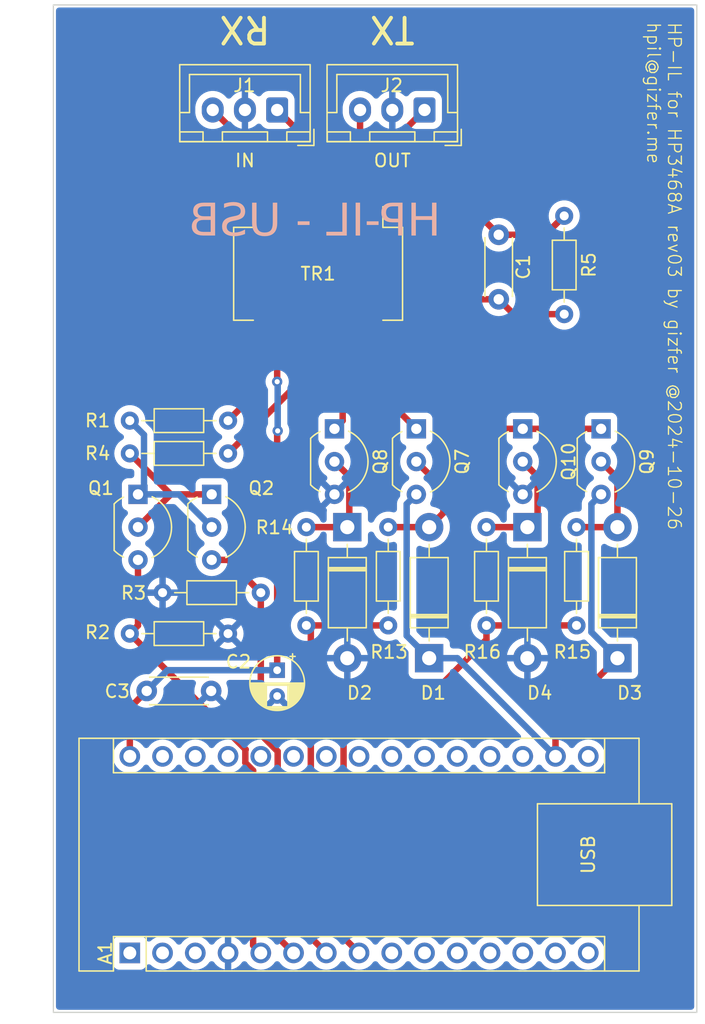
<source format=kicad_pcb>
(kicad_pcb (version 20240108) (generator "pcbnew") (generator_version "8.0")
  (title_block (title "HP-IL for HP3468A") (date "2024-10-26") (rev "03") (company "gizfer") (comment 1 "hpil@gizfer.me"))
  (layers (0 "F.Cu" signal) (31 "B.Cu" signal) (34 "B.Paste" user) (35 "F.Paste" user) (36 "B.SilkS" user "B.Silkscreen") (37 "F.SilkS" user "F.Silkscreen") (38 "B.Mask" user) (39 "F.Mask" user) (44 "Edge.Cuts" user))
  (net 0 "")
  (net 1 "VCC")
  (net 3 "GND")
  (net 6 "Net-(A1-D2)")
  (net 7 "Net-(A1-D3)")
  (net 28 "Net-(Q1-B)")
  (net 32 "Net-(J1-Pin_1)")
  (net 33 "Net-(J1-Pin_3)")
  (net 34 "Net-(J2-Pin_1)")
  (net 35 "Net-(J2-Pin_3)")
  (net 36 "Net-(Q1-C)")
  (net 37 "Net-(TR1-RX+)")
  (net 38 "Net-(TR1-RX-)")
  (net 39 "/H_bridge/PIN_1")
  (net 40 "/H_bridge/PIN_0")
  (net 41 "/H_bridge/OUT_1")
  (net 42 "/H_bridge/OUT_0")
  (net 43 "atmega328P_3V3")
  (net 44 "Net-(D1-A)")
  (net 45 "Net-(D2-K)")
  (net 46 "Net-(D3-A)")
  (net 47 "Net-(D4-K)")
  (footprint "Diode_THT:D_DO-41_SOD81_P10.16mm_Horizontal" (layer "F.Cu") (at 103.825 67.79 90)
    (property "Reference" "D3" (at -2.695 0.95 180) (layer "F.SilkS"))
    (property "Value" "1N5819")
    (pad "1" thru_hole rect (at 0 0 90) (size 2.2 2.2) (drill 1.1) (layers "*.Cu" "*.Mask") (net 43 "atmega328P_3V3"))
    (pad "2" thru_hole oval (at 10.16 0 90) (size 2.2 2.2) (drill 1.1) (layers "*.Cu" "*.Mask") (net 46 "Net-(D3-A)"))
  )
  (footprint "Resistor_THT:R_Axial_DIN0204_L3.6mm_D1.6mm_P7.62mm_Horizontal" (layer "F.Cu") (at 73.62 51.915 180)
    (property "Reference" "R4" (at 10.12 0 360) (layer "F.SilkS"))
    (property "Value" "47")
    (pad "1" thru_hole circle (at 0 0 180) (size 1.4 1.4) (drill 0.7) (layers "*.Cu" "*.Mask") (net 37 "Net-(TR1-RX+)"))
    (pad "2" thru_hole oval (at 7.62 0 180) (size 1.4 1.4) (drill 0.7) (layers "*.Cu" "*.Mask") (net 28 "Net-(Q1-B)"))
  )
  (footprint "Diode_THT:D_DO-41_SOD81_P10.16mm_Horizontal" (layer "F.Cu") (at 89.22 67.79 90)
    (property "Reference" "D1" (at -2.695 0.315 180) (layer "F.SilkS"))
    (property "Value" "1N5819")
    (pad "1" thru_hole rect (at 0 0 90) (size 2.2 2.2) (drill 1.1) (layers "*.Cu" "*.Mask") (net 43 "atmega328P_3V3"))
    (pad "2" thru_hole oval (at 10.16 0 90) (size 2.2 2.2) (drill 1.1) (layers "*.Cu" "*.Mask") (net 44 "Net-(D1-A)"))
  )
  (footprint "Diode_THT:D_DO-41_SOD81_P10.16mm_Horizontal" (layer "F.Cu") (at 82.87 57.63 -90)
    (property "Reference" "D2" (at 12.855 -0.95 180) (layer "F.SilkS"))
    (property "Value" "1N5819")
    (pad "1" thru_hole rect (at 0 0 270) (size 2.2 2.2) (drill 1.1) (layers "*.Cu" "*.Mask") (net 45 "Net-(D2-K)"))
    (pad "2" thru_hole oval (at 10.16 0 270) (size 2.2 2.2) (drill 1.1) (layers "*.Cu" "*.Mask") (net 3 "GND"))
  )
  (footprint "Package_TO_SOT_THT:TO-92_Inline_Wide" (layer "F.Cu") (at 81.875 50.01 -90)
    (property "Reference" "Q8" (at 2.54 -3.56 90) (layer "F.SilkS"))
    (property "Value" "2N3906")
    (pad "1" thru_hole rect (at 0 0 270) (size 1.5 1.5) (drill 0.8) (layers "*.Cu" "*.Mask") (net 41 "/H_bridge/OUT_1"))
    (pad "2" thru_hole circle (at 2.54 0 270) (size 1.5 1.5) (drill 0.8) (layers "*.Cu" "*.Mask") (net 45 "Net-(D2-K)"))
    (pad "3" thru_hole circle (at 5.08 0 270) (size 1.5 1.5) (drill 0.8) (layers "*.Cu" "*.Mask") (net 3 "GND"))
  )
  (footprint "Diode_THT:D_DO-41_SOD81_P10.16mm_Horizontal" (layer "F.Cu") (at 96.84 57.63 -90)
    (property "Reference" "D4" (at 12.855 -0.95 180) (layer "F.SilkS"))
    (property "Value" "1N5819")
    (pad "1" thru_hole rect (at 0 0 270) (size 2.2 2.2) (drill 1.1) (layers "*.Cu" "*.Mask") (net 47 "Net-(D4-K)"))
    (pad "2" thru_hole oval (at 10.16 0 270) (size 2.2 2.2) (drill 1.1) (layers "*.Cu" "*.Mask") (net 3 "GND"))
  )
  (footprint "Transformer_SMD:Transformer_Ethernet_Bourns_PT61017PEL" (layer "F.Cu") (at 80.605 37.99 -90)
    (property "Reference" "TR1" (at 0 0 180) (layer "F.SilkS"))
    (property "Value" "PT61017PEL")
    (pad "1" smd rect (at -4.4 -4.445 270) (size 1.7 0.76) (layers "F.Cu" "F.Paste" "F.Mask") (net 34 "Net-(J2-Pin_1)"))
    (pad "2" smd rect (at -4.4 -3.175 270) (size 1.7 0.76) (layers "F.Cu" "F.Paste" "F.Mask"))
    (pad "3" smd rect (at -4.4 -1.905 270) (size 1.7 0.76) (layers "F.Cu" "F.Paste" "F.Mask") (net 35 "Net-(J2-Pin_3)"))
    (pad "4" smd rect (at -4.4 -0.635 270) (size 1.7 0.76) (layers "F.Cu" "F.Paste" "F.Mask"))
    (pad "5" smd rect (at -4.4 0.635 270) (size 1.7 0.76) (layers "F.Cu" "F.Paste" "F.Mask"))
    (pad "6" smd rect (at -4.4 1.905 270) (size 1.7 0.76) (layers "F.Cu" "F.Paste" "F.Mask") (net 32 "Net-(J1-Pin_1)"))
    (pad "7" smd rect (at -4.4 3.175 270) (size 1.7 0.76) (layers "F.Cu" "F.Paste" "F.Mask"))
    (pad "8" smd rect (at -4.4 4.445 270) (size 1.7 0.76) (layers "F.Cu" "F.Paste" "F.Mask") (net 33 "Net-(J1-Pin_3)"))
    (pad "9" smd rect (at 4.4 4.445 270) (size 1.7 0.76) (layers "F.Cu" "F.Paste" "F.Mask") (net 38 "Net-(TR1-RX-)"))
    (pad "10" smd rect (at 4.4 3.175 270) (size 1.7 0.76) (layers "F.Cu" "F.Paste" "F.Mask") (net 1 "VCC"))
    (pad "11" smd rect (at 4.4 1.905 270) (size 1.7 0.76) (layers "F.Cu" "F.Paste" "F.Mask") (net 37 "Net-(TR1-RX+)"))
    (pad "12" smd rect (at 4.4 0.635 270) (size 1.7 0.76) (layers "F.Cu" "F.Paste" "F.Mask"))
    (pad "13" smd rect (at 4.4 -0.635 270) (size 1.7 0.76) (layers "F.Cu" "F.Paste" "F.Mask"))
    (pad "14" smd rect (at 4.4 -1.905 270) (size 1.7 0.76) (layers "F.Cu" "F.Paste" "F.Mask") (net 41 "/H_bridge/OUT_1"))
    (pad "15" smd rect (at 4.4 -3.175 270) (size 1.7 0.76) (layers "F.Cu" "F.Paste" "F.Mask"))
    (pad "16" smd rect (at 4.4 -4.445 270) (size 1.7 0.76) (layers "F.Cu" "F.Paste" "F.Mask") (net 42 "/H_bridge/OUT_0"))
  )
  (footprint "Resistor_THT:R_Axial_DIN0204_L3.6mm_D1.6mm_P7.62mm_Horizontal" (layer "F.Cu") (at 86.045 65.25 90)
    (property "Reference" "R13" (at -2.06 0.061 180) (layer "F.SilkS"))
    (property "Value" "220")
    (pad "1" thru_hole circle (at 0 0 90) (size 1.4 1.4) (drill 0.7) (layers "*.Cu" "*.Mask") (net 39 "/H_bridge/PIN_1"))
    (pad "2" thru_hole oval (at 7.62 0 90) (size 1.4 1.4) (drill 0.7) (layers "*.Cu" "*.Mask") (net 44 "Net-(D1-A)"))
  )
  (footprint "Resistor_THT:R_Axial_DIN0204_L3.6mm_D1.6mm_P7.62mm_Horizontal" (layer "F.Cu") (at 93.665 65.25 90)
    (property "Reference" "R16" (at -2.06 -0.32 180) (layer "F.SilkS"))
    (property "Value" "220")
    (pad "1" thru_hole circle (at 0 0 90) (size 1.4 1.4) (drill 0.7) (layers "*.Cu" "*.Mask") (net 40 "/H_bridge/PIN_0"))
    (pad "2" thru_hole oval (at 7.62 0 90) (size 1.4 1.4) (drill 0.7) (layers "*.Cu" "*.Mask") (net 47 "Net-(D4-K)"))
  )
  (footprint "Package_TO_SOT_THT:TO-92_Inline_Wide" (layer "F.Cu") (at 88.225 50.01 -90)
    (property "Reference" "Q7" (at 2.54 -3.56 90) (layer "F.SilkS"))
    (property "Value" "2N3904")
    (pad "1" thru_hole rect (at 0 0 270) (size 1.5 1.5) (drill 0.8) (layers "*.Cu" "*.Mask") (net 41 "/H_bridge/OUT_1"))
    (pad "2" thru_hole circle (at 2.54 0 270) (size 1.5 1.5) (drill 0.8) (layers "*.Cu" "*.Mask") (net 44 "Net-(D1-A)"))
    (pad "3" thru_hole circle (at 5.08 0 270) (size 1.5 1.5) (drill 0.8) (layers "*.Cu" "*.Mask") (net 43 "atmega328P_3V3"))
  )
  (footprint "Resistor_THT:R_Axial_DIN0204_L3.6mm_D1.6mm_P7.62mm_Horizontal" (layer "F.Cu") (at 73.62 65.885 180)
    (property "Reference" "R2" (at 10.12 0.099 360) (layer "F.SilkS"))
    (property "Value" "1k")
    (pad "1" thru_hole circle (at 0 0 180) (size 1.4 1.4) (drill 0.7) (layers "*.Cu" "*.Mask") (net 3 "GND"))
    (pad "2" thru_hole oval (at 7.62 0 180) (size 1.4 1.4) (drill 0.7) (layers "*.Cu" "*.Mask") (net 6 "Net-(A1-D2)"))
  )
  (footprint "Connector_JST:JST_XH_B3B-XH-A_1x03_P2.50mm_Vertical" (layer "F.Cu") (at 77.43 25.29 180)
    (property "Reference" "J1" (at 2.54 1.905 0) (layer "F.SilkS"))
    (property "Value" "Conn_01x03_Socket")
    (pad "1" thru_hole roundrect (at 0 0 180) (size 1.7 1.95) (drill 0.95) (layers "*.Cu" "*.Mask") (roundrect_rratio 0.1470588235) (net 32 "Net-(J1-Pin_1)"))
    (pad "2" thru_hole oval (at 2.5 0 180) (size 1.7 1.95) (drill 0.95) (layers "*.Cu" "*.Mask") (net 3 "GND"))
    (pad "3" thru_hole oval (at 5 0 180) (size 1.7 1.95) (drill 0.95) (layers "*.Cu" "*.Mask") (net 33 "Net-(J1-Pin_3)"))
  )
  (footprint "Capacitor_THT:CP_Radial_D4.0mm_P2.00mm" (layer "F.Cu") (at 77.43 68.722401 -90)
    (property "Reference" "C2" (at -0.650401 3.008 180) (layer "F.SilkS"))
    (property "Value" "10uF")
    (pad "1" thru_hole rect (at 0 0 270) (size 1.2 1.2) (drill 0.6) (layers "*.Cu" "*.Mask") (net 1 "VCC"))
    (pad "2" thru_hole circle (at 2 0 270) (size 1.2 1.2) (drill 0.6) (layers "*.Cu" "*.Mask") (net 3 "GND"))
  )
  (footprint "Package_TO_SOT_THT:TO-92_Inline_Wide" (layer "F.Cu") (at 96.48 50.01 -90)
    (property "Reference" "Q10" (at 2.54 -3.56 90) (layer "F.SilkS"))
    (property "Value" "2N3906")
    (pad "1" thru_hole rect (at 0 0 270) (size 1.5 1.5) (drill 0.8) (layers "*.Cu" "*.Mask") (net 42 "/H_bridge/OUT_0"))
    (pad "2" thru_hole circle (at 2.54 0 270) (size 1.5 1.5) (drill 0.8) (layers "*.Cu" "*.Mask") (net 47 "Net-(D4-K)"))
    (pad "3" thru_hole circle (at 5.08 0 270) (size 1.5 1.5) (drill 0.8) (layers "*.Cu" "*.Mask") (net 3 "GND"))
  )
  (footprint "Resistor_THT:R_Axial_DIN0204_L3.6mm_D1.6mm_P7.62mm_Horizontal" (layer "F.Cu") (at 79.695 65.25 90)
    (property "Reference" "R14" (at 7.592 -2.479 180) (layer "F.SilkS"))
    (property "Value" "220")
    (pad "1" thru_hole circle (at 0 0 90) (size 1.4 1.4) (drill 0.7) (layers "*.Cu" "*.Mask") (net 39 "/H_bridge/PIN_1"))
    (pad "2" thru_hole oval (at 7.62 0 90) (size 1.4 1.4) (drill 0.7) (layers "*.Cu" "*.Mask") (net 45 "Net-(D2-K)"))
  )
  (footprint "Resistor_THT:R_Axial_DIN0204_L3.6mm_D1.6mm_P7.62mm_Horizontal" (layer "F.Cu") (at 99.695 33.5 -90)
    (property "Reference" "R5" (at 3.81 -1.92 90) (layer "F.SilkS"))
    (property "Value" "47")
    (pad "1" thru_hole circle (at 0 0 270) (size 1.4 1.4) (drill 0.7) (layers "*.Cu" "*.Mask") (net 34 "Net-(J2-Pin_1)"))
    (pad "2" thru_hole oval (at 7.62 0 270) (size 1.4 1.4) (drill 0.7) (layers "*.Cu" "*.Mask") (net 35 "Net-(J2-Pin_3)"))
  )
  (footprint "Package_TO_SOT_THT:TO-92_Inline_Wide" (layer "F.Cu") (at 66.635 55.09 -90)
    (property "Reference" "Q1" (at -0.48 2.881 0) (layer "F.SilkS"))
    (property "Value" "2N5401")
    (pad "1" thru_hole rect (at 0 0 270) (size 1.5 1.5) (drill 0.8) (layers "*.Cu" "*.Mask") (net 36 "Net-(Q1-C)"))
    (pad "2" thru_hole circle (at 2.54 0 270) (size 1.5 1.5) (drill 0.8) (layers "*.Cu" "*.Mask") (net 28 "Net-(Q1-B)"))
    (pad "3" thru_hole circle (at 5.08 0 270) (size 1.5 1.5) (drill 0.8) (layers "*.Cu" "*.Mask") (net 6 "Net-(A1-D2)"))
  )
  (footprint "Module:Arduino_Nano" (layer "F.Cu") (at 66 90.64 90)
    (property "Reference" "A1" (at 0 -1.905 90) (layer "F.SilkS"))
    (property "Value" "Arduino_Nano_v3.x")
    (fp_text user "USB" (at 7.62 35.56 90) (layer "F.SilkS"))
    (pad "1" thru_hole rect (at 0 0 90) (size 1.6 1.6) (drill 1) (layers "*.Cu" "*.Mask"))
    (pad "2" thru_hole oval (at 0 2.54 90) (size 1.6 1.6) (drill 1) (layers "*.Cu" "*.Mask"))
    (pad "3" thru_hole oval (at 0 5.08 90) (size 1.6 1.6) (drill 1) (layers "*.Cu" "*.Mask"))
    (pad "4" thru_hole oval (at 0 7.62 90) (size 1.6 1.6) (drill 1) (layers "*.Cu" "*.Mask") (net 3 "GND"))
    (pad "5" thru_hole oval (at 0 10.16 90) (size 1.6 1.6) (drill 1) (layers "*.Cu" "*.Mask") (net 6 "Net-(A1-D2)"))
    (pad "6" thru_hole oval (at 0 12.7 90) (size 1.6 1.6) (drill 1) (layers "*.Cu" "*.Mask") (net 7 "Net-(A1-D3)"))
    (pad "7" thru_hole oval (at 0 15.24 90) (size 1.6 1.6) (drill 1) (layers "*.Cu" "*.Mask") (net 39 "/H_bridge/PIN_1"))
    (pad "8" thru_hole oval (at 0 17.78 90) (size 1.6 1.6) (drill 1) (layers "*.Cu" "*.Mask") (net 40 "/H_bridge/PIN_0"))
    (pad "9" thru_hole oval (at 0 20.32 90) (size 1.6 1.6) (drill 1) (layers "*.Cu" "*.Mask"))
    (pad "10" thru_hole oval (at 0 22.86 90) (size 1.6 1.6) (drill 1) (layers "*.Cu" "*.Mask"))
    (pad "11" thru_hole oval (at 0 25.4 90) (size 1.6 1.6) (drill 1) (layers "*.Cu" "*.Mask"))
    (pad "12" thru_hole oval (at 0 27.94 90) (size 1.6 1.6) (drill 1) (layers "*.Cu" "*.Mask"))
    (pad "13" thru_hole oval (at 0 30.48 90) (size 1.6 1.6) (drill 1) (layers "*.Cu" "*.Mask"))
    (pad "14" thru_hole oval (at 0 33.02 90) (size 1.6 1.6) (drill 1) (layers "*.Cu" "*.Mask"))
    (pad "15" thru_hole oval (at 0 35.56 90) (size 1.6 1.6) (drill 1) (layers "*.Cu" "*.Mask"))
    (pad "16" thru_hole oval (at 15.24 35.56 90) (size 1.6 1.6) (drill 1) (layers "*.Cu" "*.Mask"))
    (pad "17" thru_hole oval (at 15.24 33.02 90) (size 1.6 1.6) (drill 1) (layers "*.Cu" "*.Mask") (net 43 "atmega328P_3V3"))
    (pad "18" thru_hole oval (at 15.24 30.48 90) (size 1.6 1.6) (drill 1) (layers "*.Cu" "*.Mask"))
    (pad "19" thru_hole oval (at 15.24 27.94 90) (size 1.6 1.6) (drill 1) (layers "*.Cu" "*.Mask"))
    (pad "20" thru_hole oval (at 15.24 25.4 90) (size 1.6 1.6) (drill 1) (layers "*.Cu" "*.Mask"))
    (pad "21" thru_hole oval (at 15.24 22.86 90) (size 1.6 1.6) (drill 1) (layers "*.Cu" "*.Mask"))
    (pad "22" thru_hole oval (at 15.24 20.32 90) (size 1.6 1.6) (drill 1) (layers "*.Cu" "*.Mask"))
    (pad "23" thru_hole oval (at 15.24 17.78 90) (size 1.6 1.6) (drill 1) (layers "*.Cu" "*.Mask"))
    (pad "24" thru_hole oval (at 15.24 15.24 90) (size 1.6 1.6) (drill 1) (layers "*.Cu" "*.Mask"))
    (pad "25" thru_hole oval (at 15.24 12.7 90) (size 1.6 1.6) (drill 1) (layers "*.Cu" "*.Mask"))
    (pad "26" thru_hole oval (at 15.24 10.16 90) (size 1.6 1.6) (drill 1) (layers "*.Cu" "*.Mask"))
    (pad "27" thru_hole oval (at 15.24 7.62 90) (size 1.6 1.6) (drill 1) (layers "*.Cu" "*.Mask"))
    (pad "28" thru_hole oval (at 15.24 5.08 90) (size 1.6 1.6) (drill 1) (layers "*.Cu" "*.Mask"))
    (pad "29" thru_hole oval (at 15.24 2.54 90) (size 1.6 1.6) (drill 1) (layers "*.Cu" "*.Mask"))
    (pad "30" thru_hole oval (at 15.24 0 90) (size 1.6 1.6) (drill 1) (layers "*.Cu" "*.Mask") (net 1 "VCC"))
  )
  (footprint "Connector_JST:JST_XH_B3B-XH-A_1x03_P2.50mm_Vertical" (layer "F.Cu") (at 88.86 25.29 180)
    (property "Reference" "J2" (at 2.54 1.905 0) (layer "F.SilkS"))
    (property "Value" "Conn_01x03_Socket")
    (pad "1" thru_hole roundrect (at 0 0 180) (size 1.7 1.95) (drill 0.95) (layers "*.Cu" "*.Mask") (roundrect_rratio 0.1470588235) (net 34 "Net-(J2-Pin_1)"))
    (pad "2" thru_hole oval (at 2.5 0 180) (size 1.7 1.95) (drill 0.95) (layers "*.Cu" "*.Mask") (net 3 "GND"))
    (pad "3" thru_hole oval (at 5 0 180) (size 1.7 1.95) (drill 0.95) (layers "*.Cu" "*.Mask") (net 35 "Net-(J2-Pin_3)"))
  )
  (footprint "Resistor_THT:R_Axial_DIN0204_L3.6mm_D1.6mm_P7.62mm_Horizontal" (layer "F.Cu") (at 100.65 65.25 90)
    (property "Reference" "R15" (at -2.06 -0.32 180) (layer "F.SilkS"))
    (property "Value" "220")
    (pad "1" thru_hole circle (at 0 0 90) (size 1.4 1.4) (drill 0.7) (layers "*.Cu" "*.Mask") (net 40 "/H_bridge/PIN_0"))
    (pad "2" thru_hole oval (at 7.62 0 90) (size 1.4 1.4) (drill 0.7) (layers "*.Cu" "*.Mask") (net 46 "Net-(D3-A)"))
  )
  (footprint "Package_TO_SOT_THT:TO-92_Inline_Wide" (layer "F.Cu") (at 102.555 50.01 -90)
    (property "Reference" "Q9" (at 2.54 -3.56 90) (layer "F.SilkS"))
    (property "Value" "2N3904")
    (pad "1" thru_hole rect (at 0 0 270) (size 1.5 1.5) (drill 0.8) (layers "*.Cu" "*.Mask") (net 42 "/H_bridge/OUT_0"))
    (pad "2" thru_hole circle (at 2.54 0 270) (size 1.5 1.5) (drill 0.8) (layers "*.Cu" "*.Mask") (net 46 "Net-(D3-A)"))
    (pad "3" thru_hole circle (at 5.08 0 270) (size 1.5 1.5) (drill 0.8) (layers "*.Cu" "*.Mask") (net 43 "atmega328P_3V3"))
  )
  (footprint "Capacitor_THT:C_Disc_D4.3mm_W1.9mm_P5.00mm" (layer "F.Cu") (at 67.31 70.33)
    (property "Reference" "C3" (at -2.286 0.028 0) (layer "F.SilkS"))
    (property "Value" "10n")
    (pad "1" thru_hole circle (at 0 0) (size 1.6 1.6) (drill 0.8) (layers "*.Cu" "*.Mask") (net 1 "VCC"))
    (pad "2" thru_hole circle (at 5 0) (size 1.6 1.6) (drill 0.8) (layers "*.Cu" "*.Mask") (net 3 "GND"))
  )
  (footprint "Resistor_THT:R_Axial_DIN0204_L3.6mm_D1.6mm_P7.62mm_Horizontal" (layer "F.Cu") (at 73.62 49.375 180)
    (property "Reference" "R1" (at 10.12 0 360) (layer "F.SilkS"))
    (property "Value" "47")
    (pad "1" thru_hole circle (at 0 0 180) (size 1.4 1.4) (drill 0.7) (layers "*.Cu" "*.Mask") (net 38 "Net-(TR1-RX-)"))
    (pad "2" thru_hole oval (at 7.62 0 180) (size 1.4 1.4) (drill 0.7) (layers "*.Cu" "*.Mask") (net 36 "Net-(Q1-C)"))
  )
  (footprint "Capacitor_THT:C_Disc_D4.3mm_W1.9mm_P5.00mm" (layer "F.Cu") (at 94.615 39.965 90)
    (property "Reference" "C1" (at 2.5 1.905 90) (layer "F.SilkS"))
    (property "Value" "470p")
    (pad "1" thru_hole circle (at 0 0 90) (size 1.6 1.6) (drill 0.8) (layers "*.Cu" "*.Mask") (net 35 "Net-(J2-Pin_3)"))
    (pad "2" thru_hole circle (at 5 0 90) (size 1.6 1.6) (drill 0.8) (layers "*.Cu" "*.Mask") (net 34 "Net-(J2-Pin_1)"))
  )
  (footprint "Resistor_THT:R_Axial_DIN0204_L3.6mm_D1.6mm_P7.62mm_Horizontal" (layer "F.Cu") (at 76.16 62.71 180)
    (property "Reference" "R3" (at 9.866 -0.028 360) (layer "F.SilkS"))
    (property "Value" "1k")
    (pad "1" thru_hole circle (at 0 0 180) (size 1.4 1.4) (drill 0.7) (layers "*.Cu" "*.Mask") (net 7 "Net-(A1-D3)"))
    (pad "2" thru_hole oval (at 7.62 0 180) (size 1.4 1.4) (drill 0.7) (layers "*.Cu" "*.Mask") (net 3 "GND"))
  )
  (footprint "Package_TO_SOT_THT:TO-92_Inline_Wide" (layer "F.Cu") (at 72.35 55.09 -90)
    (property "Reference" "Q2" (at -0.48 -3.85 180) (layer "F.SilkS"))
    (property "Value" "2N5401")
    (pad "1" thru_hole rect (at 0 0 270) (size 1.5 1.5) (drill 0.8) (layers "*.Cu" "*.Mask") (net 28 "Net-(Q1-B)"))
    (pad "2" thru_hole circle (at 2.54 0 270) (size 1.5 1.5) (drill 0.8) (layers "*.Cu" "*.Mask") (net 36 "Net-(Q1-C)"))
    (pad "3" thru_hole circle (at 5.08 0 270) (size 1.5 1.5) (drill 0.8) (layers "*.Cu" "*.Mask") (net 7 "Net-(A1-D3)"))
  )
  (gr_rect (start 60.071 17.145) (end 109.982 95.25) (stroke (width 0.1)) (fill none) (layer "Edge.Cuts"))
  (gr_text "HP-IL - USB" (at 90.13 35.45 0) (layer "B.SilkS") (effects (font (size 2.5 2.5)) (justify left bottom mirror)))
  (gr_text "TX" (at 86.36 19.05 180) (layer "F.SilkS") (effects (font (size 2 2) (thickness 0.3))))
  (gr_text "${TITLE} rev${REVISION} by ${COMPANY} @${ISSUE_DATE} \n${COMMENT1}" (at 106.045 18.415 270) (layer "F.SilkS") (effects (font (size 1 1) (thickness 0.1)) (justify left bottom)))
  (gr_text "OUT" (at 86.36 29.21 0) (layer "F.SilkS") (effects (font (size 1 1))))
  (gr_text "RX" (at 74.93 19.05 180) (layer "F.SilkS") (effects (font (size 2 2) (thickness 0.3))))
  (gr_text "IN" (at 74.93 29.21 0) (layer "F.SilkS") (effects (font (size 1 1))))
  (segment (start 77.43 46.355) (end 77.43 42.39) (width 0.5) (layer "F.Cu") (net 1))
  (segment (start 77.43 50.205) (end 77.43 68.722401) (width 0.5) (layer "F.Cu") (net 1))
  (segment (start 66 75.4) (end 66 71.64) (width 0.5) (layer "F.Cu") (net 1))
  (segment (start 77.47 50.165) (end 77.43 50.205) (width 0.5) (layer "F.Cu") (net 1))
  (segment (start 66 71.64) (end 67.31 70.33) (width 0.5) (layer "F.Cu") (net 1))
  (via (at 77.47 50.165) (size 0.8) (drill 0.4) (layers "F.Cu" "B.Cu") (net 1))
  (via (at 77.43 46.355) (size 0.8) (drill 0.4) (layers "F.Cu" "B.Cu") (net 1))
  (segment (start 68.917599 68.722401) (end 67.31 70.33) (width 0.5) (layer "B.Cu") (net 1))
  (segment (start 77.47 50.165) (end 77.47 46.395) (width 0.5) (layer "B.Cu") (net 1))
  (segment (start 77.43 68.722401) (end 68.917599 68.722401) (width 0.5) (layer "B.Cu") (net 1))
  (segment (start 77.47 46.395) (end 77.43 46.355) (width 0.5) (layer "B.Cu") (net 1))
  (segment (start 66 65.885) (end 74.988972 74.873972) (width 0.5) (layer "F.Cu") (net 6))
  (segment (start 75.565 76.502057) (end 75.565 90.045) (width 0.5) (layer "F.Cu") (net 6))
  (segment (start 74.96 75.897057) (end 75.565 76.502057) (width 0.5) (layer "F.Cu") (net 6))
  (segment (start 66.635 60.17) (end 66.635 65.25) (width 0.5) (layer "F.Cu") (net 6))
  (segment (start 74.988972 74.873972) (end 74.96 74.902943) (width 0.5) (layer "F.Cu") (net 6))
  (segment (start 66.635 65.25) (end 66 65.885) (width 0.5) (layer "F.Cu") (net 6))
  (segment (start 75.565 90.045) (end 76.16 90.64) (width 0.5) (layer "F.Cu") (net 6))
  (segment (start 74.96 74.902943) (end 74.96 75.897057) (width 0.5) (layer "F.Cu") (net 6))
  (segment (start 77.47 89.41) (end 78.7 90.64) (width 0.5) (layer "F.Cu") (net 7))
  (segment (start 72.35 60.17) (end 73.62 60.17) (width 0.5) (layer "F.Cu") (net 7))
  (segment (start 76.16 62.71) (end 76.16 73.702943) (width 0.5) (layer "F.Cu") (net 7))
  (segment (start 76.16 73.702943) (end 77.47 75.012943) (width 0.5) (layer "F.Cu") (net 7))
  (segment (start 73.62 60.17) (end 76.16 62.71) (width 0.5) (layer "F.Cu") (net 7))
  (segment (start 77.47 75.012943) (end 77.47 89.41) (width 0.5) (layer "F.Cu") (net 7))
  (segment (start 69.175 55.09) (end 72.35 55.09) (width 0.5) (layer "F.Cu") (net 28))
  (segment (start 69.175 55.09) (end 66.635 57.63) (width 0.5) (layer "F.Cu") (net 28))
  (segment (start 66 51.915) (end 69.175 55.09) (width 0.5) (layer "F.Cu") (net 28))
  (segment (start 78.7 26.56) (end 77.43 25.29) (width 0.5) (layer "F.Cu") (net 32))
  (segment (start 78.7 33.59) (end 78.7 26.56) (width 0.5) (layer "F.Cu") (net 32))
  (segment (start 76.16 33.59) (end 76.16 29.02) (width 0.5) (layer "F.Cu") (net 33))
  (segment (start 76.16 29.02) (end 72.43 25.29) (width 0.5) (layer "F.Cu") (net 33))
  (segment (start 85.05 33.59) (end 85.05 29.1) (width 0.5) (layer "F.Cu") (net 34))
  (segment (start 85.05 29.1) (end 88.86 25.29) (width 0.5) (layer "F.Cu") (net 34))
  (segment (start 93.24 33.59) (end 94.615 34.965) (width 0.5) (layer "F.Cu") (net 34))
  (segment (start 85.05 33.59) (end 93.24 33.59) (width 0.5) (layer "F.Cu") (net 34))
  (segment (start 98.23 34.965) (end 99.695 33.5) (width 0.5) (layer "F.Cu") (net 34))
  (segment (start 94.615 34.965) (end 98.23 34.965) (width 0.5) (layer "F.Cu") (net 34))
  (segment (start 82.51 33.59) (end 82.51 32.425) (width 0.5) (layer "F.Cu") (net 35))
  (segment (start 82.51 32.425) (end 83.86 31.075) (width 0.5) (layer "F.Cu") (net 35))
  (segment (start 94.615 39.965) (end 87.535 39.965) (width 0.5) (layer "F.Cu") (net 35))
  (segment (start 87.535 39.965) (end 82.51 34.94) (width 0.5) (layer "F.Cu") (net 35))
  (segment (start 95.77 41.12) (end 94.615 39.965) (width 0.5) (layer "F.Cu") (net 35))
  (segment (start 82.51 34.94) (end 82.51 33.59) (width 0.5) (layer "F.Cu") (net 35))
  (segment (start 99.695 41.12) (end 95.77 41.12) (width 0.5) (layer "F.Cu") (net 35))
  (segment (start 83.86 31.075) (end 83.86 25.29) (width 0.5) (layer "F.Cu") (net 35))
  (segment (start 66.635 55.09) (end 69.81 55.09) (width 0.5) (layer "B.Cu") (net 36))
  (segment (start 67.1 54.625) (end 66.635 55.09) (width 0.5) (layer "B.Cu") (net 36))
  (segment (start 69.81 55.09) (end 72.35 57.63) (width 0.5) (layer "B.Cu") (net 36))
  (segment (start 66 49.375) (end 67.1 50.475) (width 0.5) (layer "B.Cu") (net 36))
  (segment (start 67.1 50.475) (end 67.1 54.625) (width 0.5) (layer "B.Cu") (net 36))
  (segment (start 78.7 42.39) (end 78.7 46.835) (width 0.5) (layer "F.Cu") (net 37))
  (segment (start 78.7 46.835) (end 73.62 51.915) (width 0.5) (layer "F.Cu") (net 37))
  (segment (start 76.16 46.835) (end 73.62 49.375) (width 0.5) (layer "F.Cu") (net 38))
  (segment (start 76.16 42.39) (end 76.16 46.835) (width 0.5) (layer "F.Cu") (net 38))
  (segment (start 79.695 65.25) (end 80.04 65.595) (width 0.5) (layer "F.Cu") (net 39))
  (segment (start 80.04 65.595) (end 80.04 89.44) (width 0.5) (layer "F.Cu") (net 39))
  (segment (start 80.04 89.44) (end 81.24 90.64) (width 0.5) (layer "F.Cu") (net 39))
  (segment (start 86.045 65.25) (end 79.695 65.25) (width 0.5) (layer "F.Cu") (net 39))
  (segment (start 88.255 71.755) (end 83.82 71.755) (width 0.5) (layer "F.Cu") (net 40))
  (segment (start 83.82 71.755) (end 82.58 72.995) (width 0.5) (layer "F.Cu") (net 40))
  (segment (start 82.58 89.44) (end 83.78 90.64) (width 0.5) (layer "F.Cu") (net 40))
  (segment (start 82.58 72.995) (end 82.58 89.44) (width 0.5) (layer "F.Cu") (net 40))
  (segment (start 93.665 65.25) (end 100.65 65.25) (width 0.5) (layer "F.Cu") (net 40))
  (segment (start 93.665 65.25) (end 93.665 66.345) (width 0.5) (layer "F.Cu") (net 40))
  (segment (start 93.665 66.345) (end 88.255 71.755) (width 0.5) (layer "F.Cu") (net 40))
  (segment (start 82.51 49.375) (end 82.51 42.39) (width 0.5) (layer "F.Cu") (net 41))
  (segment (start 81.875 50.01) (end 82.51 49.375) (width 0.5) (layer "F.Cu") (net 41))
  (segment (start 82.51 44.295) (end 82.51 42.39) (width 0.5) (layer "F.Cu") (net 41))
  (segment (start 88.225 50.01) (end 82.51 44.295) (width 0.5) (layer "F.Cu") (net 41))
  (segment (start 102.555 50.01) (end 96.48 50.01) (width 0.5) (layer "F.Cu") (net 42))
  (segment (start 96.48 50.01) (end 92.67 50.01) (width 0.5) (layer "F.Cu") (net 42))
  (segment (start 92.67 50.01) (end 85.05 42.39) (width 0.5) (layer "F.Cu") (net 42))
  (segment (start 99.02 72.595) (end 103.825 67.79) (width 0.5) (layer "F.Cu") (net 43))
  (segment (start 99.02 75.4) (end 99.02 72.595) (width 0.5) (layer "F.Cu") (net 43))
  (segment (start 101.805 65.77) (end 103.825 67.79) (width 0.5) (layer "B.Cu") (net 43))
  (segment (start 89.22 67.79) (end 91.41 67.79) (width 0.5) (layer "B.Cu") (net 43))
  (segment (start 87.475 55.84) (end 87.475 66.045) (width 0.5) (layer "B.Cu") (net 43))
  (segment (start 88.225 55.09) (end 87.475 55.84) (width 0.5) (layer "B.Cu") (net 43))
  (segment (start 87.475 66.045) (end 89.22 67.79) (width 0.5) (layer "B.Cu") (net 43))
  (segment (start 101.805 55.84) (end 101.805 65.77) (width 0.5) (layer "B.Cu") (net 43))
  (segment (start 91.41 67.79) (end 99.02 75.4) (width 0.5) (layer "B.Cu") (net 43))
  (segment (start 102.555 55.09) (end 101.805 55.84) (width 0.5) (layer "B.Cu") (net 43))
  (segment (start 89.22 57.63) (end 86.045 57.63) (width 0.5) (layer "F.Cu") (net 44))
  (segment (start 90.319999 56.530001) (end 89.22 57.63) (width 0.5) (layer "F.Cu") (net 44))
  (segment (start 90.319999 54.644999) (end 90.319999 56.530001) (width 0.5) (layer "F.Cu") (net 44))
  (segment (start 88.225 52.55) (end 90.319999 54.644999) (width 0.5) (layer "F.Cu") (net 44))
  (segment (start 81.875 52.55) (end 83.025 53.7) (width 0.5) (layer "F.Cu") (net 45))
  (segment (start 82.87 57.63) (end 79.695 57.63) (width 0.5) (layer "F.Cu") (net 45))
  (segment (start 83.025 57.475) (end 82.87 57.63) (width 0.5) (layer "F.Cu") (net 45))
  (segment (start 83.025 53.7) (end 83.025 57.475) (width 0.5) (layer "F.Cu") (net 45))
  (segment (start 102.555 52.55) (end 103.825 53.82) (width 0.5) (layer "F.Cu") (net 46))
  (segment (start 103.825 53.82) (end 103.825 57.63) (width 0.5) (layer "F.Cu") (net 46))
  (segment (start 103.825 57.63) (end 100.65 57.63) (width 0.5) (layer "F.Cu") (net 46))
  (segment (start 97.63 56.84) (end 96.84 57.63) (width 0.5) (layer "F.Cu") (net 47))
  (segment (start 96.84 57.63) (end 93.665 57.63) (width 0.5) (layer "F.Cu") (net 47))
  (segment (start 97.63 53.7) (end 97.63 56.84) (width 0.5) (layer "F.Cu") (net 47))
  (segment (start 96.48 52.55) (end 97.63 53.7) (width 0.5) (layer "F.Cu") (net 47))
  (zone (net 3) (net_name "GND") (layer "B.Cu") (connect_pads (clearance 0.5)) (min_thickness 0.5) (fill yes (thermal_gap 0.5) (thermal_bridge_width 0.5) (island_removal_mode 1) (island_area_min 10))
    (polygon (pts (xy 59.69 16.764) (xy 110.617 16.764) (xy 110.617 96.139) (xy 59.69 96.139)))
  )
)
</source>
